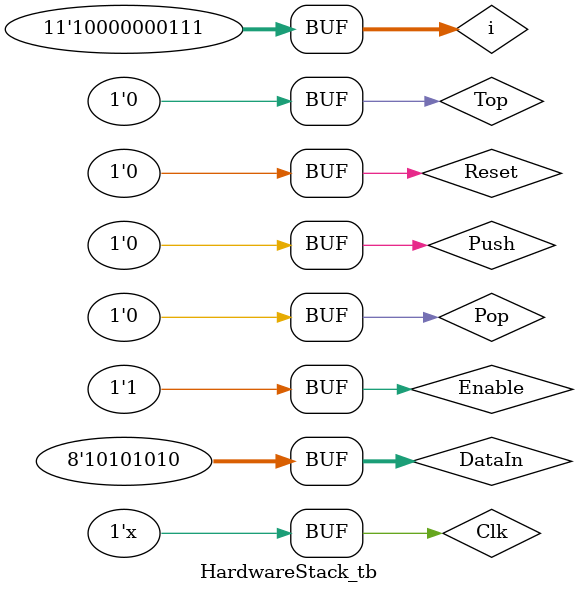
<source format=v>
`timescale 1ns/1ns

/* Stack module logic
   Operations possible on this Stack:
   PUSH: Push value in the stack.
   POP:  Pop value on top of the stack.
   TOP:  Only Read value on top of the stack (Not a Pop).
   At one time only one operation can be performed!
   If one or more control signals from amongst Push/Pop/Top are high, no action will take place!
   If we try to Push when the stack is Full, data will not be overwritten, but Error will be asserted.
   If we try to Pop or Top from an Empty stack, DataOut will hold the last value & Error will be asserted.
*/
module HardwareStack(Ptr,DataIn,DataOut,Full,Empty,Error,Push,Pop,Top,Clk,Reset,Enable);
   parameter WIDTH = 8;                            // Data bits
   parameter ADDRESS_BITS = 10;
   parameter DEPTH = 1 << ADDRESS_BITS;            // Depth of the stack is 2 ^ No. of address bits
   
   input Push, Pop, Top, Clk, Reset, Enable;
   input [WIDTH-1:0] DataIn;
   
   output Full, Empty, Error;
   output [WIDTH-1:0] DataOut;
   output [ADDRESS_BITS-1:0] Ptr;                  // Pointer will contain the address of the stack element to be used
   
   reg Full, Empty, Error;
   reg [WIDTH-1:0] DataOut;
   
   reg [ADDRESS_BITS-1:0] Ptr;                     // Pointer will contain the address of the stack element to be used
   reg [WIDTH-1:0] TopReg;                         // Contains top of stack data
   reg [WIDTH-1:0] Stack [DEPTH-1:0];              // Stack
   
   always @ (posedge Clk or posedge Reset)
   begin
      if(Reset)                                    // Initialize all outputs
      begin
         Ptr <= 2'b0;
         Full <= 1'b0;
         Empty <= 1'b1;
         Error <= 1'b0;
      end
      else if(Enable)
      begin
         if(Push && !Pop && !Top)                  // Push data into the stack, only if stack is not full
         begin
            if(Empty)
            begin
               Stack[Ptr] <= DataIn;
               TopReg <= DataIn;                   // Store data at top of stack
               Empty <= 1'b0;
               Error <= 1'b0;
            end
            else if(Full)                          // Trying to Push a value on top of a full stack
            begin                                  // Do not overwrite data on top, existing top of stack will not change
               Error <= 1'b1;                      // Error!
            end
            else
            begin
               Stack[Ptr+1] <= DataIn;             
               TopReg <= DataIn;                   // Store data at top of stack
               if(Ptr == DEPTH-2) Full <= 1'b1;    // If the stack is full, give Full indication
               Ptr <= Ptr + 1;
               Empty <= 1'b0;
               Error <= 1'b0;
            end
         end
         else if(Pop && !Push && !Top)             // Pop top of stack, only if stack is not empty
         begin
            if(!Empty || Full)
            begin
               DataOut <= Stack[Ptr];
               TopReg <= Stack[Ptr-1];             // Store data at top of stack
               Full <= 1'b0;
               Error <= 1'b0;
               if(Ptr == 0) Empty <= 1'b1;         // If stack becomes empty, give Empty indication
               else Ptr <= Ptr - 1;
            end
            else if(Empty)                         // Trying to Pop a value from an empty stack
            begin                                  // For an already empty stack, DataOut will hold last value
               Error <= 1'b1;                      // Error!
            end
         end
         else if(Top && !Push && !Pop)             // Read out the value at Top of stack, only if it is not Empty
         begin
            if(!Empty) 
            begin
               DataOut <= TopReg;                  // Show data at top of stack
            end
            else                                   // Trying to read top of stack from an empty stack
            begin                                  // For an already empty stack, DataOut will hold last value
               Error <= 1'b1;                      // Error!
            end
         end
      end
   end
endmodule   


// Test bench for Stack
module HardwareStack_tb;
   parameter WIDTH = 8;                            // Data bits
   parameter ADDRESS_BITS = 10;
   parameter DEPTH = 1 << ADDRESS_BITS;            // Depth of the stack is 2 ^ No. of address bits
   
   reg Push, Pop, Top, Clk, Reset, Enable;
   reg [WIDTH-1:0] DataIn;
   
   wire Full, Empty, Error;
   wire [WIDTH-1:0] DataOut;
   wire [ADDRESS_BITS-1:0] Ptr;
   
   // module instantiation
   HardwareStack STACK (Ptr,DataIn,DataOut,Full,Empty,Error,Push,Pop,Top,Clk,Reset,Enable);

   reg [10:0] i;
   
   initial
   begin
      Clk    = 1'b0;
      Reset  = 1'b1;          // Assert Reset to initialize variables
      Enable = 1'b0; 
      Push   = 1'b0;
      Pop    = 1'b0;
      Top    = 1'b0;
      DataIn = 8'd0;
      
      #10 Reset  = 1'b0;      // Reset = 0
      Enable = 1'b1;          // Enable

      #5 Top = 1'b1;          // Check value at top of stack
      #50 Top = 1'b0;
      
      #5 Pop = 1'b1;          // Pop values from the stack
      #50 Pop = 1'b0;

      #5 Push = 1'b1;         // Push values on the stack
      DataIn = 8'd0;
      
      for(i=0; i <= (DEPTH+6); i=i+1)
      begin
         #50 DataIn = DataIn + 1;
      end
      #50 Push = 1'b0;
      
      #5 Top = 1'b1;          // Check value at top of stack
      #50 Top = 1'b0;

      #5 Pop = 1'b1;          // Pop values from the stack
      
      for(i=0; i <= (DEPTH+6); i=i+1)
      begin
         #50 Pop = 1'b1;      // Pop values from the stack
      end
      #50 Pop = 1'b0;

      #5 Top = 1'b1;          // Check value at top of stack
      #50 Top = 1'b0;

      #50 Push = 1'b1;        // Push values on the stack
      DataIn = 8'd20;
      #50 DataIn = 8'd30;
      #50 DataIn = 8'd40;
      #50 DataIn = 8'd50;
      #50 DataIn = 8'd60;
      #50 DataIn = 8'd70;
      #50 DataIn = 8'd80;
      #50 DataIn = 8'd90;
      #50 DataIn = 8'd91;
      #50 DataIn = 8'd92;
      #50 DataIn = 8'd93;
      #50 DataIn = 8'd94;
      #50 DataIn = 8'd95;
      #50 DataIn = 8'd96;
      #50 DataIn = 8'd97;
      #50 DataIn = 8'd98;
      #50 DataIn = 8'd99;
      #50 DataIn = 8'd100;
      #50 Push = 1'b0;

      #5 Top = 1'b1;          // Check value at top of stack
      #50 Top = 1'b0;

      #5 Pop = 1'b1;          // Pop values from the stack
      #200 Pop = 1'b0;

      #5 Top = 1'b1;          // Check value at top of stack
      #50 Top = 1'b0;

      #5 Pop = 1'b1;          // Pop values from the stack
      #200 Pop = 1'b0;

      #5 Push = 1'b1;         // Push values on the stack 
      DataIn = 8'd150;
      #50 DataIn = 8'd151;
      #50 DataIn = 8'd152;
      #50 DataIn = 8'd153;
      #50 DataIn = 8'd154;
      #50 DataIn = 8'd155;
      #50 DataIn = 8'd156;
      #50 DataIn = 8'd157;
      #50 DataIn = 8'd158;
      #50 DataIn = 8'd159;
      #50 DataIn = 8'd160;
      #50 DataIn = 8'd161;
      #50 DataIn = 8'd162;
      #50 DataIn = 8'd163;
      #50 DataIn = 8'd164;
      #50 DataIn = 8'd165;
      #50 DataIn = 8'd166;
      #50 DataIn = 8'd167;
      #50 DataIn = 8'd168;
      #50 DataIn = 8'd169;
      #50 DataIn = 8'd170;  
      #50 Push = 1'b0;     

      #5 Top = 1'b1;          // Check value at top of stack
      #50 Top = 1'b0;

      #5 Pop = 1'b1;          // Pop values from the stack
      #200 Pop = 1'b0;

      #5 Top = 1'b1;          // Check value at top of stack
      #50 Top = 1'b0;
      
      #5 Pop = 1'b1;          // Pop values from the stack
      #5000 Pop = 1'b0;
   end
   
   always
   begin
      #25 Clk = ~Clk;
   end
   
   always @ (*)
   begin
      if(Error)
      begin
         if(Full) $display("Error: Trying to push into a full stack @ time = %0d ns", $time);
         else if(Empty) $display("Error: Trying to pop from an empty stack @ time = %0d ns", $time);
      end
   end
endmodule

/* Waveforms were observed & Errors as printed out from the test bench
# Error: Trying to pop from an empty stack @ time = 25 ns
# Error: Trying to push into a full stack @ time = 51325 ns
# Error: Trying to pop from an empty stack @ time = 103025 ns
# Error: Trying to pop from an empty stack @ time = 107675 ns
*/

//--------------------------------------------------------------------------------------------//

/* Test bench for 16 depth stack.
// Test bench for Stack
module HardwareStack_tb;
   parameter WIDTH = 8;                   // Data bits
   parameter ADDRESS_BITS = 4;
   parameter DEPTH = 1 << ADDRESS_BITS;   // Depth of the stack is 2 ^ No. of address bits
   
   reg Push, Pop, Top, Clk, Reset, Enable;
   reg [WIDTH-1:0] DataIn;
   
   wire Full, Empty, Error;
   wire [WIDTH-1:0] DataOut;
   wire [ADDRESS_BITS-1:0] Ptr;
   
   // module instantiation
   HardwareStack STACK (Ptr,DataIn,DataOut,Full,Empty,Error,Push,Pop,Top,Clk,Reset,Enable);

   initial
   begin
      Clk    = 1'b0;
      Reset  = 1'b1;          // Assert Reset to initialize variables
      Enable = 1'b0; 
      Push   = 1'b0;
      Pop    = 1'b0;
      Top    = 1'b0;
      DataIn = 8'd0;
      
      #10 Reset  = 1'b0;      // Reset = 0
      Enable = 1'b1;          // Enable

      #5 Top = 1'b1;          // Check value at top of stack
      #50 Top = 1'b0;
      
      #5 Pop = 1'b1;          // Pop values from the stack
      #50 Pop = 1'b0;

      Push = 1'b1;            // Push values on the stack
      DataIn = 8'd10;
      #50 DataIn = 8'd20;
      #50 DataIn = 8'd30;
      #50 DataIn = 8'd40;
      #50 DataIn = 8'd50;
      #50 DataIn = 8'd60;
      #50 DataIn = 8'd70;
      #50 DataIn = 8'd80;
      #50 DataIn = 8'd90;
      #50 DataIn = 8'd91;
      #50 DataIn = 8'd92;
      #50 DataIn = 8'd93;
      #50 DataIn = 8'd94;
      #50 DataIn = 8'd95;
      //#50 DataIn = 8'd96;
      //#50 DataIn = 8'd97;
      //#50 DataIn = 8'd98;
      //#50 DataIn = 8'd99;
      #50 Push = 1'b0;

      #5 Top = 1'b1;          // Check value at top of stack
      #50 Top = 1'b0;

      #5 Pop = 1'b1;          // Pop values from the stack
      #1000 Pop = 1'b0;

      #5 Top = 1'b1;          // Check value at top of stack
      #50 Top = 1'b0;

      #5 Push = 1'b1;         // Push values on the stack 
      DataIn = 8'd150;
      #50 DataIn = 8'd151;
      #50 DataIn = 8'd152;
      #50 DataIn = 8'd153;
      #50 DataIn = 8'd154;
      #50 DataIn = 8'd155;
      #50 DataIn = 8'd156;
      #50 DataIn = 8'd157;
      #50 DataIn = 8'd158;
      #50 DataIn = 8'd159;
      #50 DataIn = 8'd160;
      #50 DataIn = 8'd161;
      #50 DataIn = 8'd162;
      #50 DataIn = 8'd163;
      #50 DataIn = 8'd164;
      #50 DataIn = 8'd165;
      #50 DataIn = 8'd166;
      #50 DataIn = 8'd167;
      #50 Push = 1'b0;     

      #5 Top = 1'b1;          // Check value at top of stack
      #50 Top = 1'b0;

      #5 Pop = 1'b1;          // Pop values from the stack
      #300 Pop = 1'b0;

      #5 Top = 1'b1;          // Check value at top of stack
      #50 Top = 1'b0;

      #5 Push = 1'b1;         // Push values on the stack 
      DataIn = 8'd180;
      #50 DataIn = 8'd190;
      #50 DataIn = 8'd200;
      #50 Push = 1'b0;     
            
      #5 Top = 1'b1;          // Check value at top of stack
      #50 Top = 1'b0;
      
      #5 Pop = 1'b1;          // Pop values from the stack
   end
   
   always
   begin
      #25 Clk = ~Clk;
   end
endmodule
*/
</source>
